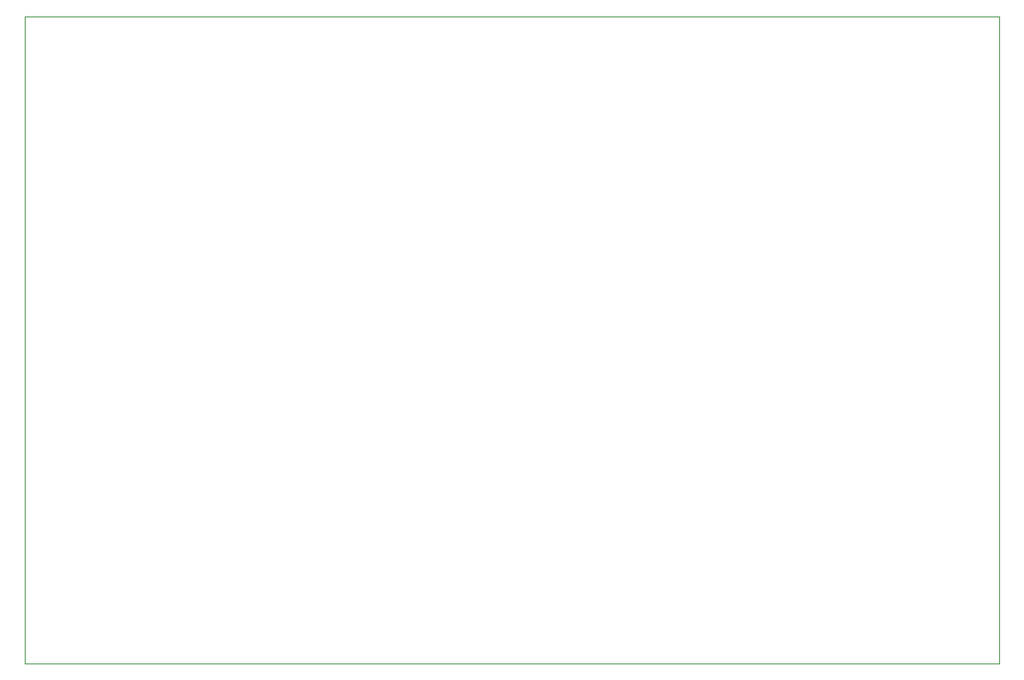
<source format=gbr>
%TF.GenerationSoftware,KiCad,Pcbnew,(7.0.0)*%
%TF.CreationDate,2023-04-20T13:43:01-06:00*%
%TF.ProjectId,Phase_B_ATMEGA_v3,50686173-655f-4425-9f41-544d4547415f,rev?*%
%TF.SameCoordinates,Original*%
%TF.FileFunction,Profile,NP*%
%FSLAX46Y46*%
G04 Gerber Fmt 4.6, Leading zero omitted, Abs format (unit mm)*
G04 Created by KiCad (PCBNEW (7.0.0)) date 2023-04-20 13:43:01*
%MOMM*%
%LPD*%
G01*
G04 APERTURE LIST*
%TA.AperFunction,Profile*%
%ADD10C,0.100000*%
%TD*%
G04 APERTURE END LIST*
D10*
X93715000Y-24246400D02*
X193587800Y-24246400D01*
X193587800Y-24246400D02*
X193587800Y-90642000D01*
X193587800Y-90642000D02*
X93715000Y-90642000D01*
X93715000Y-90642000D02*
X93715000Y-24246400D01*
M02*

</source>
